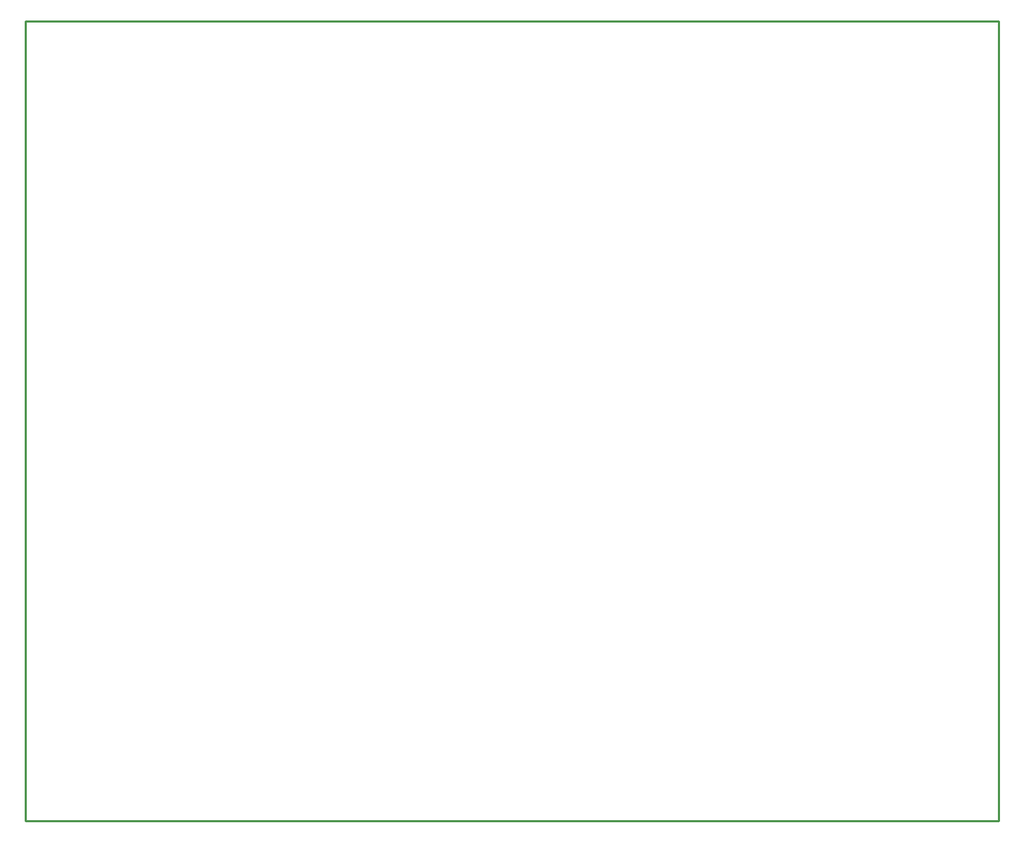
<source format=gm1>
G04 Layer_Color=16711935*
%FSLAX25Y25*%
%MOIN*%
G70*
G01*
G75*
%ADD13C,0.01000*%
D13*
X0Y378000D02*
X460000D01*
X0Y0D02*
X460000D01*
X0D02*
Y378000D01*
X460000Y0D02*
Y378000D01*
M02*

</source>
